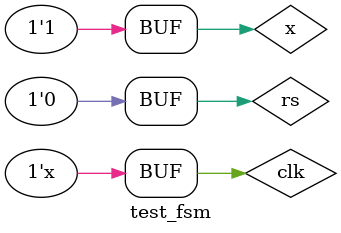
<source format=v>

module test_fsm;

	reg clk, x, rs;
	wire reset, shift, update, run;

	fsm f1(clk, x, rs, reset, run, shift, update);

	initial begin
		clk = 1;
		#10	rs = 0;	x = 0; //Go to run state

		#10 x = 1; //Go to shift state

		#70 x = 1; //Shift for 8 cycles

		#10 x = 0; //Go to update state

		#10 x = 1; //Go to reset state
	end

	always begin
      #5 clk = ~clk;
    end
endmodule
</source>
